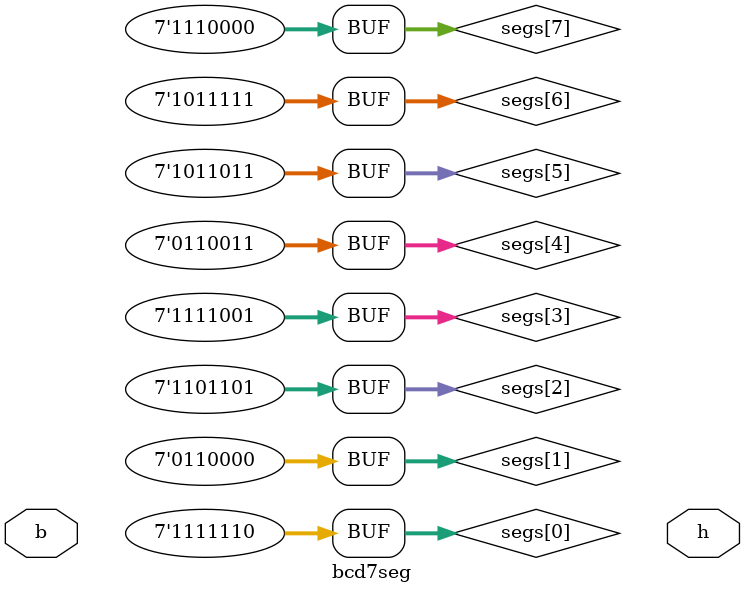
<source format=v>
module bcd7seg(
        input  [3:0] b,
        output reg [6:0] h
    );

    wire [6:0] segs [7:0];
    assign segs[0] = 7'b1111110;
    assign segs[1] = 7'b0110000;
    assign segs[2] = 7'b1101101;
    assign segs[3] = 7'b1111001;
    assign segs[4] = 7'b0110011;
    assign segs[5] = 7'b1011011;
    assign segs[6] = 7'b1011111;
    assign segs[7] = 7'b1110000;



endmodule

</source>
